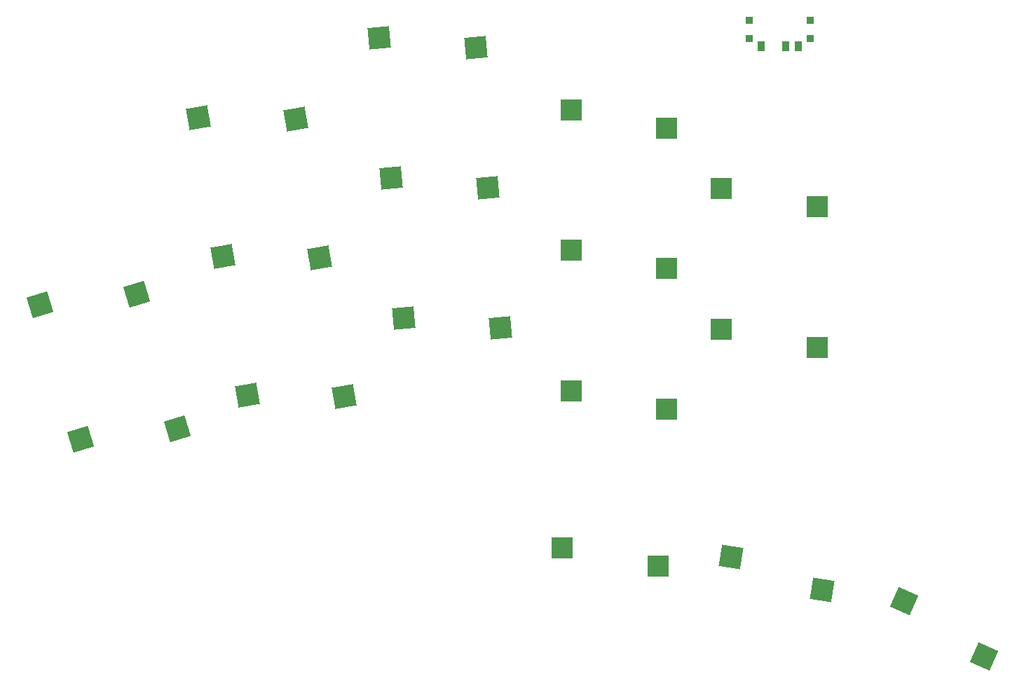
<source format=gbp>
%TF.GenerationSoftware,KiCad,Pcbnew,(6.0.4-0)*%
%TF.CreationDate,2022-07-25T11:59:58+02:00*%
%TF.ProjectId,battoota,62617474-6f6f-4746-912e-6b696361645f,v1.0.0*%
%TF.SameCoordinates,Original*%
%TF.FileFunction,Paste,Bot*%
%TF.FilePolarity,Positive*%
%FSLAX46Y46*%
G04 Gerber Fmt 4.6, Leading zero omitted, Abs format (unit mm)*
G04 Created by KiCad (PCBNEW (6.0.4-0)) date 2022-07-25 11:59:58*
%MOMM*%
%LPD*%
G01*
G04 APERTURE LIST*
G04 Aperture macros list*
%AMRotRect*
0 Rectangle, with rotation*
0 The origin of the aperture is its center*
0 $1 length*
0 $2 width*
0 $3 Rotation angle, in degrees counterclockwise*
0 Add horizontal line*
21,1,$1,$2,0,0,$3*%
G04 Aperture macros list end*
%ADD10RotRect,2.600000X2.600000X10.000000*%
%ADD11RotRect,2.600000X2.600000X5.000000*%
%ADD12R,2.600000X2.600000*%
%ADD13R,0.900000X0.900000*%
%ADD14R,0.900000X1.250000*%
%ADD15RotRect,2.600000X2.600000X336.000000*%
%ADD16RotRect,2.600000X2.600000X17.000000*%
%ADD17RotRect,2.600000X2.600000X351.000000*%
G04 APERTURE END LIST*
D10*
%TO.C,S11*%
X67128657Y110035975D03*
X78885214Y109875034D03*
%TD*%
D11*
%TO.C,S15*%
X90440528Y102756090D03*
X102138320Y101571110D03*
%TD*%
D12*
%TO.C,S21*%
X112149790Y94027254D03*
X123699791Y91827253D03*
%TD*%
%TO.C,S31*%
X111125790Y58046254D03*
X122675791Y55846253D03*
%TD*%
D13*
%TO.C,T2*%
X141068406Y121851838D03*
X133668406Y121851838D03*
X141068406Y119651838D03*
X133668406Y119651838D03*
D14*
X135118406Y118676838D03*
X138118406Y118676838D03*
X139618406Y118676838D03*
%TD*%
D12*
%TO.C,S29*%
X130324494Y101494491D03*
X141874495Y99294490D03*
%TD*%
D15*
%TO.C,S33*%
X152425280Y51665702D03*
X162081910Y44958093D03*
%TD*%
D10*
%TO.C,S7*%
X73032695Y76552511D03*
X84789252Y76391570D03*
%TD*%
D16*
%TO.C,S5*%
X47970748Y87462459D03*
X59659287Y88735481D03*
%TD*%
D12*
%TO.C,S27*%
X130324494Y84494491D03*
X141874495Y82294490D03*
%TD*%
D10*
%TO.C,S9*%
X70080676Y93294243D03*
X81837233Y93133302D03*
%TD*%
D11*
%TO.C,S13*%
X91922176Y85820780D03*
X103619968Y84635800D03*
%TD*%
%TO.C,S17*%
X88958881Y119691400D03*
X100656673Y118506420D03*
%TD*%
D17*
%TO.C,S31*%
X131454491Y56985868D03*
X142518136Y53006134D03*
%TD*%
D16*
%TO.C,S3*%
X52941067Y71205278D03*
X64629606Y72478300D03*
%TD*%
D12*
%TO.C,S23*%
X112149790Y111027254D03*
X123699791Y108827253D03*
%TD*%
%TO.C,S19*%
X112149790Y77027254D03*
X123699791Y74827253D03*
%TD*%
M02*

</source>
